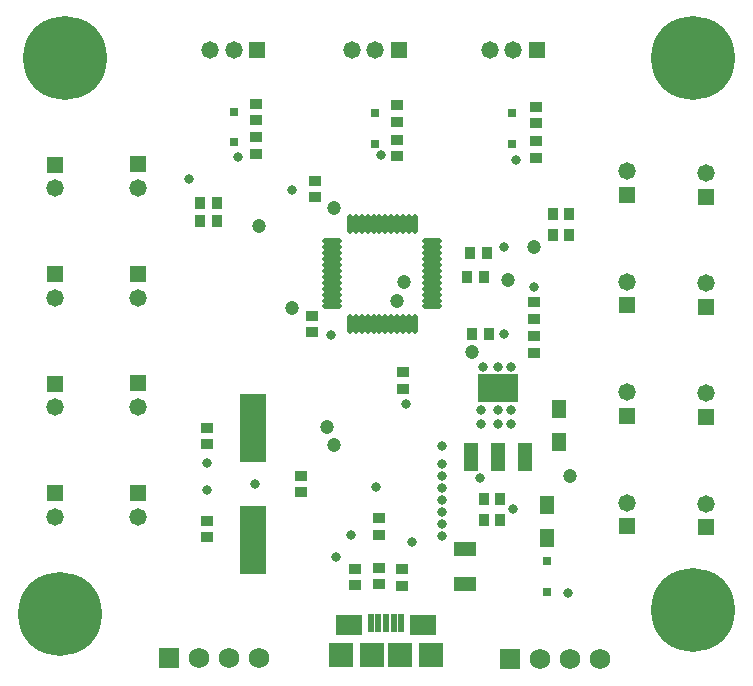
<source format=gbr>
%TF.GenerationSoftware,Altium Limited,Altium Designer,20.0.13 (296)*%
G04 Layer_Color=8388736*
%FSLAX25Y25*%
%MOIN*%
%TF.FileFunction,Soldermask,Top*%
%TF.Part,Single*%
G01*
G75*
%TA.AperFunction,ComponentPad*%
%ADD35C,0.06800*%
%ADD36R,0.06800X0.06800*%
%ADD37C,0.27965*%
%ADD38C,0.05800*%
%ADD39R,0.05800X0.05800*%
%ADD40R,0.05800X0.05800*%
%TA.AperFunction,ViaPad*%
%ADD41C,0.04737*%
%ADD42C,0.04737*%
%ADD43C,0.03162*%
%TA.AperFunction,SMDPad,CuDef*%
%ADD53R,0.04343X0.03556*%
%ADD54R,0.03556X0.04343*%
%ADD55R,0.09100X0.22800*%
%ADD56R,0.05131X0.06115*%
%ADD57R,0.13595X0.09265*%
%ADD58R,0.04540X0.09265*%
%ADD59O,0.06509X0.01981*%
%ADD60O,0.01981X0.06509*%
%ADD61R,0.02572X0.02965*%
%ADD62R,0.08280X0.08280*%
%ADD63R,0.07887X0.08280*%
%ADD64R,0.09068X0.07099*%
%ADD65R,0.02375X0.06115*%
%ADD66R,0.07493X0.04934*%
D35*
X586500Y156000D02*
D03*
X566500D02*
D03*
X576500D02*
D03*
X473000Y156500D02*
D03*
X453000D02*
D03*
X463000D02*
D03*
D36*
X556500Y156000D02*
D03*
X443000Y156500D02*
D03*
D37*
X617500Y356500D02*
D03*
X408122D02*
D03*
X406500Y171000D02*
D03*
X617500Y172378D02*
D03*
D38*
X432500Y240126D02*
D03*
Y203626D02*
D03*
Y276626D02*
D03*
Y313126D02*
D03*
X405000Y203500D02*
D03*
Y240000D02*
D03*
Y313000D02*
D03*
Y276500D02*
D03*
X557626Y359000D02*
D03*
X549752D02*
D03*
X511626D02*
D03*
X503752D02*
D03*
X464500D02*
D03*
X456626D02*
D03*
X622000Y318083D02*
D03*
Y281374D02*
D03*
X595500Y318665D02*
D03*
Y281874D02*
D03*
Y245083D02*
D03*
X622000Y244665D02*
D03*
X595500Y208291D02*
D03*
X622000Y207957D02*
D03*
D39*
X432500Y248000D02*
D03*
Y211500D02*
D03*
Y284500D02*
D03*
Y321000D02*
D03*
X405000Y211374D02*
D03*
Y247874D02*
D03*
Y320874D02*
D03*
Y284374D02*
D03*
X622000Y310209D02*
D03*
Y273500D02*
D03*
X595500Y310791D02*
D03*
Y274000D02*
D03*
Y237209D02*
D03*
X622000Y236791D02*
D03*
X595500Y200417D02*
D03*
X622000Y200083D02*
D03*
D40*
X565500Y359000D02*
D03*
X519500D02*
D03*
X472374D02*
D03*
D41*
X473000Y300500D02*
D03*
X498000Y227500D02*
D03*
X497938Y306476D02*
D03*
X484000Y273000D02*
D03*
X556000Y282500D02*
D03*
X564500Y293500D02*
D03*
X544000Y258500D02*
D03*
X521215Y281785D02*
D03*
X519000Y275500D02*
D03*
X576500Y217000D02*
D03*
D42*
X495500Y233500D02*
D03*
D43*
X534000Y221000D02*
D03*
Y217000D02*
D03*
X557500Y206000D02*
D03*
X534000Y227000D02*
D03*
X557000Y234500D02*
D03*
X552500D02*
D03*
X557000Y253500D02*
D03*
X552500D02*
D03*
X547500D02*
D03*
X552500Y239000D02*
D03*
X547000Y234500D02*
D03*
X557000Y239000D02*
D03*
X547000D02*
D03*
X534000Y213000D02*
D03*
Y201000D02*
D03*
Y209000D02*
D03*
Y197000D02*
D03*
Y205000D02*
D03*
X497000Y264000D02*
D03*
X466000Y323500D02*
D03*
X513500Y324000D02*
D03*
X558500Y322500D02*
D03*
X554500Y293500D02*
D03*
X564500Y280000D02*
D03*
X554500Y264500D02*
D03*
X546500Y216500D02*
D03*
X576000Y178000D02*
D03*
X455500Y221500D02*
D03*
Y212500D02*
D03*
X498500Y190000D02*
D03*
X484000Y312500D02*
D03*
X522000Y241000D02*
D03*
X471500Y214500D02*
D03*
X512000Y213500D02*
D03*
X449500Y316000D02*
D03*
X503500Y197500D02*
D03*
X524000Y195000D02*
D03*
D53*
X455500Y233256D02*
D03*
Y227744D02*
D03*
X491500Y315512D02*
D03*
Y310000D02*
D03*
X455500Y202256D02*
D03*
Y196744D02*
D03*
X521000Y246244D02*
D03*
Y251756D02*
D03*
X490500Y264988D02*
D03*
Y270500D02*
D03*
X564500Y258244D02*
D03*
Y263756D02*
D03*
X513000Y197488D02*
D03*
Y203000D02*
D03*
X505000Y180744D02*
D03*
Y186256D02*
D03*
X513000Y181000D02*
D03*
Y186512D02*
D03*
X520500Y186012D02*
D03*
Y180500D02*
D03*
X565374Y323244D02*
D03*
Y328756D02*
D03*
Y340256D02*
D03*
Y334744D02*
D03*
X519000Y323744D02*
D03*
Y329256D02*
D03*
Y340756D02*
D03*
Y335244D02*
D03*
X472000Y324488D02*
D03*
Y330000D02*
D03*
Y341256D02*
D03*
Y335744D02*
D03*
X487000Y211744D02*
D03*
Y217256D02*
D03*
X564500Y269488D02*
D03*
Y275000D02*
D03*
D54*
X547756Y283500D02*
D03*
X542244D02*
D03*
X549500Y264500D02*
D03*
X543988D02*
D03*
X548756Y291500D02*
D03*
X543244D02*
D03*
X547744Y209500D02*
D03*
X553256D02*
D03*
X547744Y202500D02*
D03*
X553256D02*
D03*
X570744Y297500D02*
D03*
X576256D02*
D03*
X570744Y304500D02*
D03*
X576256D02*
D03*
X458756Y302000D02*
D03*
X453244D02*
D03*
X458756Y308000D02*
D03*
X453244D02*
D03*
D55*
X471000Y233201D02*
D03*
Y195801D02*
D03*
D56*
X573000Y239610D02*
D03*
Y228390D02*
D03*
X569000Y207610D02*
D03*
Y196390D02*
D03*
D57*
X552500Y246417D02*
D03*
D58*
X561555Y223583D02*
D03*
X552500D02*
D03*
X543445D02*
D03*
D59*
X530634Y273673D02*
D03*
Y275642D02*
D03*
Y277610D02*
D03*
Y279579D02*
D03*
Y281547D02*
D03*
Y283516D02*
D03*
Y285484D02*
D03*
Y287453D02*
D03*
Y289421D02*
D03*
Y291390D02*
D03*
Y293358D02*
D03*
Y295327D02*
D03*
X497366D02*
D03*
Y293358D02*
D03*
Y291390D02*
D03*
Y289421D02*
D03*
Y287453D02*
D03*
Y285484D02*
D03*
Y283516D02*
D03*
Y281547D02*
D03*
Y279579D02*
D03*
Y277610D02*
D03*
Y275642D02*
D03*
Y273673D02*
D03*
D60*
X524827Y301134D02*
D03*
X522858D02*
D03*
X520890D02*
D03*
X518921D02*
D03*
X516953D02*
D03*
X514984D02*
D03*
X513016D02*
D03*
X511047D02*
D03*
X509079D02*
D03*
X507110D02*
D03*
X505142D02*
D03*
X503173D02*
D03*
Y267866D02*
D03*
X505142D02*
D03*
X507110D02*
D03*
X509079D02*
D03*
X511047D02*
D03*
X513016D02*
D03*
X514984D02*
D03*
X516953D02*
D03*
X518921D02*
D03*
X520890D02*
D03*
X522858D02*
D03*
X524827D02*
D03*
D61*
X569000Y178500D02*
D03*
Y188736D02*
D03*
X557374Y338118D02*
D03*
Y327882D02*
D03*
X464500Y338618D02*
D03*
Y328382D02*
D03*
X511500Y338118D02*
D03*
Y327882D02*
D03*
D62*
X519949Y157500D02*
D03*
X510500D02*
D03*
D63*
X530185D02*
D03*
X500264D02*
D03*
D64*
X527429Y167539D02*
D03*
X503020D02*
D03*
D65*
X520342Y168032D02*
D03*
X510106D02*
D03*
X512665D02*
D03*
X517783D02*
D03*
X515224D02*
D03*
D66*
X541500Y192807D02*
D03*
Y181193D02*
D03*
%TF.MD5,633df503a6372d8728f51d8bad42fb81*%
M02*

</source>
